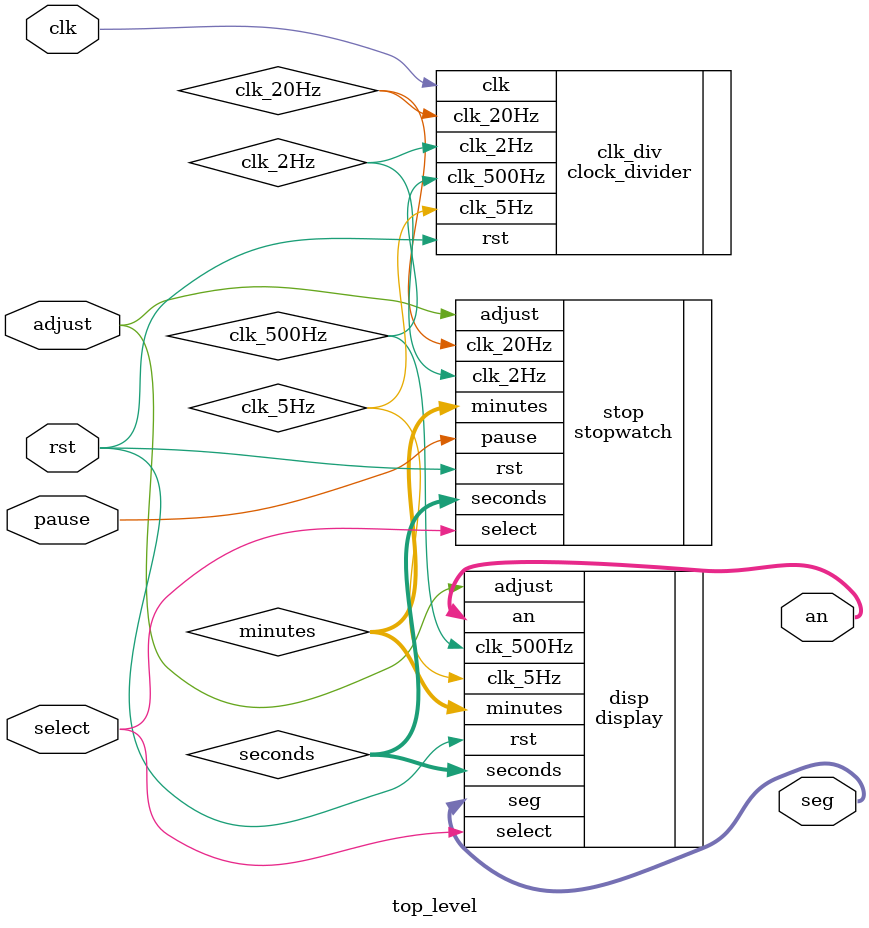
<source format=v>
module top_level(
    input clk,            // Main clock signal
    input pause,
    input rst,            // Reset signal
    input select,
    input adjust,
    output [6:0] seg,     // 7-segment display segments
    output [3:0] an       // 7-segment display anode signals
);

  	wire clk_2Hz;
  	wire clk_500Hz;	
  	wire clk_5Hz;
  	wire clk_20Hz;
  	
  	wire [5:0] minutes;
  	wire [5:0] seconds;

    // Instantiate the clock divider
    clock_divider clk_div(
        .clk(clk),
      	.rst(rst),
      	.clk_2Hz(clk_2Hz),
        .clk_5Hz(clk_5Hz),
        .clk_20Hz(clk_20Hz),
      	.clk_500Hz(clk_500Hz)
    );

    // Instantiate the display module
    display disp(
        .minutes(minutes),
        .seconds(seconds),
        .clk_500Hz(clk_500Hz),
        .clk_5Hz(clk_5Hz),
        .rst(rst),
        .select(select),
        .adjust(adjust),
        .seg(seg),
        .an(an)
    );
    
    stopwatch stop(
        .rst(rst),
        .pause(pause),
        .select(select),
        .adjust(adjust),
        .clk_2Hz(clk_2Hz),
        .clk_20Hz(clk_20Hz),
        .seconds(seconds),
        .minutes(minutes)
    );

endmodule
</source>
